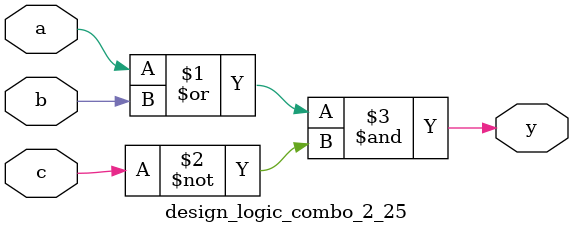
<source format=sv>
module design_logic_combo_2_25(input logic a,b,c, output logic y);
  assign y = (a | b) & (~c);
endmodule

</source>
